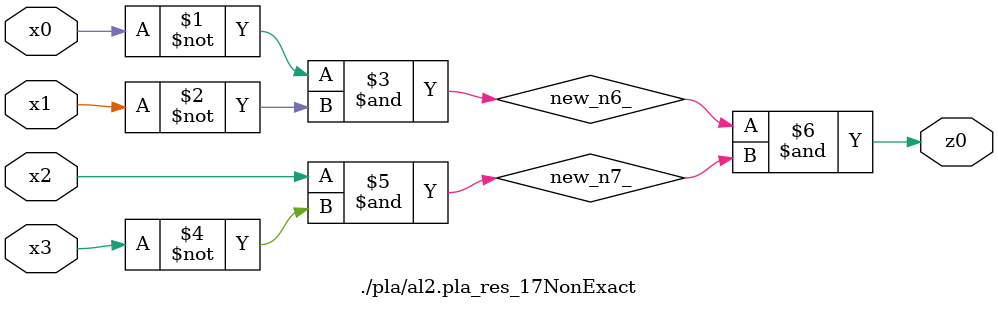
<source format=v>

module \./pla/al2.pla_res_17NonExact  ( 
    x0, x1, x2, x3,
    z0  );
  input  x0, x1, x2, x3;
  output z0;
  wire new_n6_, new_n7_;
  assign new_n6_ = ~x0 & ~x1;
  assign new_n7_ = x2 & ~x3;
  assign z0 = new_n6_ & new_n7_;
endmodule



</source>
